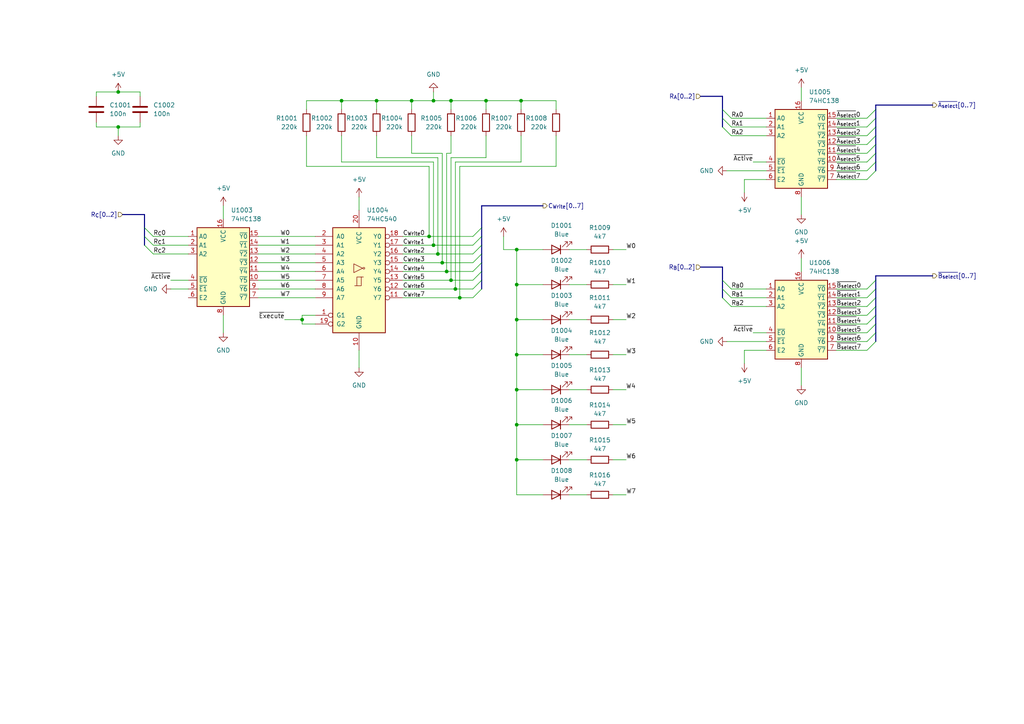
<source format=kicad_sch>
(kicad_sch (version 20231120) (generator "eeschema") (generator_version "8.0")
  (paper "A4")
  (lib_symbols
    (symbol "74xx:74HC138"
      (property "Reference" "U" (at -7.62 13.97 0))
      (property "Value" "74HC138" (at 2.54 -11.43 0))
      (symbol "74HC138_0_1"
        (rectangle (start -7.62 12.7) (end 7.62 -10.16) (stroke (width 0.254)) (fill (type background)))
      )
      (symbol "74HC138_1_1"
        (pin input line (at -10.16 10.16 0) (length 2.54) (name "A0") (number "1"))
        (pin output line (at 10.16 -2.54 180) (length 2.54) (name "~{Y5}") (number "10"))
        (pin output line (at 10.16 0 180) (length 2.54) (name "~{Y4}") (number "11"))
        (pin output line (at 10.16 2.54 180) (length 2.54) (name "~{Y3}") (number "12"))
        (pin output line (at 10.16 5.08 180) (length 2.54) (name "~{Y2}") (number "13"))
        (pin output line (at 10.16 7.62 180) (length 2.54) (name "~{Y1}") (number "14"))
        (pin output line (at 10.16 10.16 180) (length 2.54) (name "~{Y0}") (number "15"))
        (pin power_in line (at 0 15.24 270) (length 2.54) (name "VCC") (number "16"))
        (pin input line (at -10.16 7.62 0) (length 2.54) (name "A1") (number "2"))
        (pin input line (at -10.16 5.08 0) (length 2.54) (name "A2") (number "3"))
        (pin input line (at -10.16 -2.54 0) (length 2.54) (name "~{E0}") (number "4"))
        (pin input line (at -10.16 -5.08 0) (length 2.54) (name "~{E1}") (number "5"))
        (pin input line (at -10.16 -7.62 0) (length 2.54) (name "E2") (number "6"))
        (pin output line (at 10.16 -7.62 180) (length 2.54) (name "~{Y7}") (number "7"))
        (pin power_in line (at 0 -12.7 90) (length 2.54) (name "GND") (number "8"))
        (pin output line (at 10.16 -5.08 180) (length 2.54) (name "~{Y6}") (number "9"))
      )
    )
    (symbol "74xx:74LS540" (pin_names (offset 1.016))
      (property "Reference" "U" (at -7.62 16.51 0))
      (property "Value" "74LS540" (at -7.62 -16.51 0))
      (symbol "74LS540_1_0"
        (polyline (pts (xy -0.635 -1.6002) (xy -0.635 0.9398) (xy 0.635 0.9398)))
        (polyline (pts (xy -1.27 -1.6002) (xy 0.635 -1.6002) (xy 0.635 0.9398) (xy 1.27 0.9398)))
        (polyline (pts (xy 1.016 3.4798) (xy -1.524 4.7498) (xy -1.524 2.2098) (xy 1.016 3.4798)) (stroke (width 0.1524)))
        (circle (center 1.397 3.4798) (radius 0.254) (stroke (width 0.1524)))
        (pin input inverted (at -12.7 -10.16 0) (length 5.08) (name "G1") (number "1"))
        (pin power_in line (at 0 -20.32 90) (length 5.08) (name "GND") (number "10"))
        (pin tri_state inverted (at 12.7 -5.08 180) (length 5.08) (name "Y7") (number "11"))
        (pin tri_state inverted (at 12.7 -2.54 180) (length 5.08) (name "Y6") (number "12"))
        (pin tri_state inverted (at 12.7 0 180) (length 5.08) (name "Y5") (number "13"))
        (pin tri_state inverted (at 12.7 2.54 180) (length 5.08) (name "Y4") (number "14"))
        (pin tri_state inverted (at 12.7 5.08 180) (length 5.08) (name "Y3") (number "15"))
        (pin tri_state inverted (at 12.7 7.62 180) (length 5.08) (name "Y2") (number "16"))
        (pin tri_state inverted (at 12.7 10.16 180) (length 5.08) (name "Y1") (number "17"))
        (pin tri_state inverted (at 12.7 12.7 180) (length 5.08) (name "Y0") (number "18"))
        (pin input inverted (at -12.7 -12.7 0) (length 5.08) (name "G2") (number "19"))
        (pin input line (at -12.7 12.7 0) (length 5.08) (name "A0") (number "2"))
        (pin power_in line (at 0 20.32 270) (length 5.08) (name "VCC") (number "20"))
        (pin input line (at -12.7 10.16 0) (length 5.08) (name "A1") (number "3"))
        (pin input line (at -12.7 7.62 0) (length 5.08) (name "A2") (number "4"))
        (pin input line (at -12.7 5.08 0) (length 5.08) (name "A3") (number "5"))
        (pin input line (at -12.7 2.54 0) (length 5.08) (name "A4") (number "6"))
        (pin input line (at -12.7 0 0) (length 5.08) (name "A5") (number "7"))
        (pin input line (at -12.7 -2.54 0) (length 5.08) (name "A6") (number "8"))
        (pin input line (at -12.7 -5.08 0) (length 5.08) (name "A7") (number "9"))
      )
      (symbol "74LS540_1_1"
        (rectangle (start -7.62 15.24) (end 7.62 -15.24) (stroke (width 0.254)) (fill (type background)))
      )
    )
    (symbol "Device:C" (pin_numbers hide) (pin_names (offset 0.254))
      (property "Reference" "C" (at 0.635 2.54 0))
      (property "Value" "C" (at 0.635 -2.54 0))
      (symbol "C_0_1"
        (polyline (pts (xy -2.032 -0.762) (xy 2.032 -0.762)) (stroke (width 0.508)))
        (polyline (pts (xy -2.032 0.762) (xy 2.032 0.762)) (stroke (width 0.508)))
      )
      (symbol "C_1_1"
        (pin passive line (at 0 3.81 270) (length 2.794) (name "~") (number "1"))
        (pin passive line (at 0 -3.81 90) (length 2.794) (name "~") (number "2"))
      )
    )
    (symbol "Device:LED" (pin_numbers hide) (pin_names (offset 1.016) hide)
      (property "Reference" "D" (at 0 2.54 0))
      (property "Value" "LED" (at 0 -2.54 0))
      (symbol "LED_0_1"
        (polyline (pts (xy -1.27 -1.27) (xy -1.27 1.27)) (stroke (width 0.254)))
        (polyline (pts (xy -1.27 0) (xy 1.27 0)))
        (polyline (pts (xy 1.27 -1.27) (xy 1.27 1.27) (xy -1.27 0) (xy 1.27 -1.27)) (stroke (width 0.254)))
        (polyline (pts (xy -3.048 -0.762) (xy -4.572 -2.286) (xy -3.81 -2.286) (xy -4.572 -2.286) (xy -4.572 -1.524)))
        (polyline (pts (xy -1.778 -0.762) (xy -3.302 -2.286) (xy -2.54 -2.286) (xy -3.302 -2.286) (xy -3.302 -1.524)))
      )
      (symbol "LED_1_1"
        (pin passive line (at -3.81 0 0) (length 2.54) (name "K") (number "1"))
        (pin passive line (at 3.81 0 180) (length 2.54) (name "A") (number "2"))
      )
    )
    (symbol "Device:R" (pin_numbers hide) (pin_names (offset 0))
      (property "Reference" "R" (at 2.032 0 90))
      (property "Value" "R" (at 0 0 90))
      (symbol "R_0_1"
        (rectangle (start -1.016 -2.54) (end 1.016 2.54) (stroke (width 0.254)))
      )
      (symbol "R_1_1"
        (pin passive line (at 0 3.81 270) (length 1.27) (name "~") (number "1"))
        (pin passive line (at 0 -3.81 90) (length 1.27) (name "~") (number "2"))
      )
    )
    (symbol "power:+5V" (power) (pin_names (offset 0))
      (property "Value" "+5V" (at 0 3.556 0))
      (symbol "+5V_0_1"
        (polyline (pts (xy -0.762 1.27) (xy 0 2.54)))
        (polyline (pts (xy 0 0) (xy 0 2.54)))
        (polyline (pts (xy 0 2.54) (xy 0.762 1.27)))
      )
      (symbol "+5V_1_1"
        (pin power_in line (at 0 0 90) (length 0) hide (name "+5V") (number "1"))
      )
    )
    (symbol "power:GND" (power) (pin_names (offset 0))
      (property "Value" "GND" (at 0 -3.81 0))
      (symbol "GND_0_1"
        (polyline (pts (xy 0 0) (xy 0 -1.27) (xy 1.27 -1.27) (xy 0 -2.54) (xy -1.27 -1.27) (xy 0 -1.27)))
      )
      (symbol "GND_1_1"
        (pin power_in line (at 0 0 270) (length 0) hide (name "GND") (number "1"))
      )
    )
  )
  (junction (at 109.22 29.21))
  (junction (at 140.97 29.21))
  (junction (at 130.81 81.28))
  (junction (at 149.86 113.03))
  (junction (at 34.29 26.67))
  (junction (at 151.13 29.21))
  (junction (at 149.86 72.39))
  (junction (at 119.38 29.21))
  (junction (at 128.27 76.2))
  (junction (at 133.35 86.36))
  (junction (at 34.29 36.83))
  (junction (at 129.54 78.74))
  (junction (at 149.86 82.55))
  (junction (at 132.08 83.82))
  (junction (at 130.81 29.21))
  (junction (at 149.86 92.71))
  (junction (at 149.86 133.35))
  (junction (at 125.73 29.21))
  (junction (at 149.86 102.87))
  (junction (at 124.46 68.58))
  (junction (at 87.63 92.71))
  (junction (at 99.06 29.21))
  (junction (at 149.86 123.19))
  (junction (at 127 73.66))
  (junction (at 125.73 71.12))
  (bus_entry (at 254 44.45) (size -2.54 2.54))
  (bus_entry (at 139.7 73.66) (size -2.54 2.54))
  (bus_entry (at 139.7 71.12) (size -2.54 2.54))
  (bus_entry (at 254 91.44) (size -2.54 2.54))
  (bus_entry (at 254 83.82) (size -2.54 2.54))
  (bus_entry (at 254 36.83) (size -2.54 2.54))
  (bus_entry (at 139.7 81.28) (size -2.54 2.54))
  (bus_entry (at 139.7 68.58) (size -2.54 2.54))
  (bus_entry (at 41.91 71.12) (size 2.54 2.54))
  (bus_entry (at 254 41.91) (size -2.54 2.54))
  (bus_entry (at 254 31.75) (size -2.54 2.54))
  (bus_entry (at 209.55 31.75) (size 2.54 2.54))
  (bus_entry (at 254 88.9) (size -2.54 2.54))
  (bus_entry (at 254 81.28) (size -2.54 2.54))
  (bus_entry (at 209.55 34.29) (size 2.54 2.54))
  (bus_entry (at 209.55 83.82) (size 2.54 2.54))
  (bus_entry (at 209.55 81.28) (size 2.54 2.54))
  (bus_entry (at 41.91 66.04) (size 2.54 2.54))
  (bus_entry (at 254 93.98) (size -2.54 2.54))
  (bus_entry (at 139.7 78.74) (size -2.54 2.54))
  (bus_entry (at 254 46.99) (size -2.54 2.54))
  (bus_entry (at 254 96.52) (size -2.54 2.54))
  (bus_entry (at 254 39.37) (size -2.54 2.54))
  (bus_entry (at 139.7 76.2) (size -2.54 2.54))
  (bus_entry (at 209.55 86.36) (size 2.54 2.54))
  (bus_entry (at 41.91 68.58) (size 2.54 2.54))
  (bus_entry (at 209.55 36.83) (size 2.54 2.54))
  (bus_entry (at 139.7 83.82) (size -2.54 2.54))
  (bus_entry (at 254 99.06) (size -2.54 2.54))
  (bus_entry (at 254 49.53) (size -2.54 2.54))
  (bus_entry (at 254 34.29) (size -2.54 2.54))
  (bus_entry (at 254 86.36) (size -2.54 2.54))
  (bus_entry (at 139.7 66.04) (size -2.54 2.54))
  (wire (pts (xy 165.1 102.87) (xy 170.18 102.87)))
  (wire (pts (xy 64.77 91.44) (xy 64.77 96.52)))
  (wire (pts (xy 74.93 78.74) (xy 91.44 78.74)))
  (wire (pts (xy 210.82 49.53) (xy 222.25 49.53)))
  (wire (pts (xy 104.14 101.6) (xy 104.14 106.68)))
  (bus (pts (xy 41.91 66.04) (xy 41.91 68.58)))
  (wire (pts (xy 218.44 96.52) (xy 222.25 96.52)))
  (bus (pts (xy 139.7 59.69) (xy 139.7 66.04)))
  (bus (pts (xy 254 81.28) (xy 254 80.01)))
  (wire (pts (xy 242.57 93.98) (xy 251.46 93.98)))
  (wire (pts (xy 149.86 133.35) (xy 149.86 143.51)))
  (wire (pts (xy 125.73 46.99) (xy 99.06 46.99)))
  (wire (pts (xy 132.08 83.82) (xy 137.16 83.82)))
  (wire (pts (xy 149.86 92.71) (xy 157.48 92.71)))
  (bus (pts (xy 254 96.52) (xy 254 93.98)))
  (bus (pts (xy 41.91 68.58) (xy 41.91 71.12)))
  (wire (pts (xy 177.8 92.71) (xy 181.61 92.71)))
  (wire (pts (xy 109.22 29.21) (xy 119.38 29.21)))
  (bus (pts (xy 209.55 34.29) (xy 209.55 36.83)))
  (wire (pts (xy 165.1 143.51) (xy 170.18 143.51)))
  (wire (pts (xy 87.63 92.71) (xy 87.63 93.98)))
  (bus (pts (xy 254 31.75) (xy 254 30.48)))
  (wire (pts (xy 242.57 41.91) (xy 251.46 41.91)))
  (wire (pts (xy 149.86 113.03) (xy 157.48 113.03)))
  (bus (pts (xy 254 86.36) (xy 254 83.82)))
  (bus (pts (xy 203.2 27.94) (xy 209.55 27.94)))
  (wire (pts (xy 212.09 36.83) (xy 222.25 36.83)))
  (bus (pts (xy 139.7 71.12) (xy 139.7 73.66)))
  (wire (pts (xy 242.57 36.83) (xy 251.46 36.83)))
  (wire (pts (xy 116.84 73.66) (xy 127 73.66)))
  (wire (pts (xy 165.1 72.39) (xy 170.18 72.39)))
  (wire (pts (xy 125.73 71.12) (xy 125.73 46.99)))
  (wire (pts (xy 91.44 91.44) (xy 87.63 91.44)))
  (wire (pts (xy 34.29 36.83) (xy 40.64 36.83)))
  (wire (pts (xy 27.94 26.67) (xy 34.29 26.67)))
  (wire (pts (xy 130.81 81.28) (xy 130.81 45.72)))
  (wire (pts (xy 133.35 48.26) (xy 161.29 48.26)))
  (wire (pts (xy 109.22 29.21) (xy 109.22 31.75)))
  (wire (pts (xy 146.05 72.39) (xy 146.05 68.58)))
  (wire (pts (xy 242.57 101.6) (xy 251.46 101.6)))
  (wire (pts (xy 116.84 78.74) (xy 129.54 78.74)))
  (wire (pts (xy 242.57 83.82) (xy 251.46 83.82)))
  (wire (pts (xy 242.57 39.37) (xy 251.46 39.37)))
  (wire (pts (xy 74.93 76.2) (xy 91.44 76.2)))
  (wire (pts (xy 242.57 86.36) (xy 251.46 86.36)))
  (wire (pts (xy 242.57 91.44) (xy 251.46 91.44)))
  (wire (pts (xy 212.09 39.37) (xy 222.25 39.37)))
  (wire (pts (xy 242.57 44.45) (xy 251.46 44.45)))
  (bus (pts (xy 254 88.9) (xy 254 86.36)))
  (wire (pts (xy 132.08 46.99) (xy 151.13 46.99)))
  (bus (pts (xy 209.55 31.75) (xy 209.55 34.29)))
  (wire (pts (xy 177.8 133.35) (xy 181.61 133.35)))
  (wire (pts (xy 242.57 52.07) (xy 251.46 52.07)))
  (wire (pts (xy 212.09 88.9) (xy 222.25 88.9)))
  (wire (pts (xy 177.8 102.87) (xy 181.61 102.87)))
  (bus (pts (xy 254 91.44) (xy 254 88.9)))
  (wire (pts (xy 128.27 76.2) (xy 128.27 44.45)))
  (bus (pts (xy 157.48 59.69) (xy 139.7 59.69)))
  (wire (pts (xy 44.45 68.58) (xy 54.61 68.58)))
  (wire (pts (xy 116.84 68.58) (xy 124.46 68.58)))
  (wire (pts (xy 34.29 36.83) (xy 34.29 39.37)))
  (bus (pts (xy 139.7 66.04) (xy 139.7 68.58)))
  (wire (pts (xy 222.25 101.6) (xy 215.9 101.6)))
  (wire (pts (xy 232.41 25.4) (xy 232.41 29.21)))
  (wire (pts (xy 129.54 78.74) (xy 129.54 44.45)))
  (wire (pts (xy 130.81 39.37) (xy 130.81 44.45)))
  (wire (pts (xy 116.84 86.36) (xy 133.35 86.36)))
  (wire (pts (xy 242.57 49.53) (xy 251.46 49.53)))
  (wire (pts (xy 27.94 36.83) (xy 34.29 36.83)))
  (wire (pts (xy 130.81 29.21) (xy 140.97 29.21)))
  (wire (pts (xy 27.94 26.67) (xy 27.94 27.94)))
  (wire (pts (xy 151.13 46.99) (xy 151.13 39.37)))
  (wire (pts (xy 222.25 52.07) (xy 215.9 52.07)))
  (wire (pts (xy 242.57 34.29) (xy 251.46 34.29)))
  (wire (pts (xy 119.38 29.21) (xy 119.38 31.75)))
  (wire (pts (xy 165.1 82.55) (xy 170.18 82.55)))
  (wire (pts (xy 140.97 45.72) (xy 140.97 39.37)))
  (wire (pts (xy 119.38 29.21) (xy 125.73 29.21)))
  (wire (pts (xy 151.13 29.21) (xy 151.13 31.75)))
  (wire (pts (xy 116.84 71.12) (xy 125.73 71.12)))
  (bus (pts (xy 139.7 81.28) (xy 139.7 83.82)))
  (wire (pts (xy 149.86 72.39) (xy 157.48 72.39)))
  (wire (pts (xy 149.86 143.51) (xy 157.48 143.51)))
  (wire (pts (xy 177.8 123.19) (xy 181.61 123.19)))
  (wire (pts (xy 177.8 143.51) (xy 181.61 143.51)))
  (wire (pts (xy 232.41 74.93) (xy 232.41 78.74)))
  (wire (pts (xy 130.81 45.72) (xy 140.97 45.72)))
  (wire (pts (xy 116.84 76.2) (xy 128.27 76.2)))
  (wire (pts (xy 165.1 123.19) (xy 170.18 123.19)))
  (wire (pts (xy 149.86 102.87) (xy 149.86 113.03)))
  (wire (pts (xy 149.86 123.19) (xy 157.48 123.19)))
  (bus (pts (xy 254 49.53) (xy 254 46.99)))
  (wire (pts (xy 215.9 52.07) (xy 215.9 55.88)))
  (wire (pts (xy 146.05 72.39) (xy 149.86 72.39)))
  (bus (pts (xy 254 36.83) (xy 254 34.29)))
  (bus (pts (xy 254 83.82) (xy 254 81.28)))
  (wire (pts (xy 119.38 44.45) (xy 119.38 39.37)))
  (wire (pts (xy 127 45.72) (xy 109.22 45.72)))
  (bus (pts (xy 203.2 77.47) (xy 209.55 77.47)))
  (bus (pts (xy 254 34.29) (xy 254 31.75)))
  (wire (pts (xy 149.86 72.39) (xy 149.86 82.55)))
  (wire (pts (xy 165.1 92.71) (xy 170.18 92.71)))
  (wire (pts (xy 40.64 26.67) (xy 40.64 27.94)))
  (wire (pts (xy 128.27 44.45) (xy 119.38 44.45)))
  (wire (pts (xy 125.73 29.21) (xy 130.81 29.21)))
  (wire (pts (xy 149.86 133.35) (xy 157.48 133.35)))
  (bus (pts (xy 139.7 78.74) (xy 139.7 81.28)))
  (wire (pts (xy 124.46 68.58) (xy 137.16 68.58)))
  (wire (pts (xy 124.46 48.26) (xy 88.9 48.26)))
  (bus (pts (xy 41.91 62.23) (xy 41.91 66.04)))
  (wire (pts (xy 161.29 48.26) (xy 161.29 39.37)))
  (wire (pts (xy 165.1 113.03) (xy 170.18 113.03)))
  (wire (pts (xy 124.46 68.58) (xy 124.46 48.26)))
  (wire (pts (xy 242.57 46.99) (xy 251.46 46.99)))
  (bus (pts (xy 254 99.06) (xy 254 96.52)))
  (wire (pts (xy 132.08 83.82) (xy 132.08 46.99)))
  (wire (pts (xy 210.82 99.06) (xy 222.25 99.06)))
  (wire (pts (xy 177.8 113.03) (xy 181.61 113.03)))
  (wire (pts (xy 218.44 46.99) (xy 222.25 46.99)))
  (wire (pts (xy 109.22 45.72) (xy 109.22 39.37)))
  (wire (pts (xy 87.63 91.44) (xy 87.63 92.71)))
  (bus (pts (xy 139.7 68.58) (xy 139.7 71.12)))
  (wire (pts (xy 74.93 68.58) (xy 91.44 68.58)))
  (wire (pts (xy 88.9 29.21) (xy 99.06 29.21)))
  (wire (pts (xy 27.94 35.56) (xy 27.94 36.83)))
  (wire (pts (xy 149.86 123.19) (xy 149.86 133.35)))
  (wire (pts (xy 74.93 81.28) (xy 91.44 81.28)))
  (bus (pts (xy 254 44.45) (xy 254 41.91)))
  (wire (pts (xy 165.1 133.35) (xy 170.18 133.35)))
  (wire (pts (xy 133.35 86.36) (xy 137.16 86.36)))
  (wire (pts (xy 34.29 26.67) (xy 40.64 26.67)))
  (wire (pts (xy 130.81 81.28) (xy 137.16 81.28)))
  (wire (pts (xy 215.9 101.6) (xy 215.9 105.41)))
  (wire (pts (xy 127 73.66) (xy 127 45.72)))
  (bus (pts (xy 35.56 62.23) (xy 41.91 62.23)))
  (bus (pts (xy 254 80.01) (xy 270.51 80.01)))
  (wire (pts (xy 49.53 83.82) (xy 54.61 83.82)))
  (bus (pts (xy 209.55 77.47) (xy 209.55 81.28)))
  (wire (pts (xy 104.14 57.15) (xy 104.14 60.96)))
  (wire (pts (xy 212.09 86.36) (xy 222.25 86.36)))
  (bus (pts (xy 254 46.99) (xy 254 44.45)))
  (bus (pts (xy 139.7 76.2) (xy 139.7 78.74)))
  (wire (pts (xy 128.27 76.2) (xy 137.16 76.2)))
  (wire (pts (xy 64.77 59.69) (xy 64.77 63.5)))
  (wire (pts (xy 88.9 31.75) (xy 88.9 29.21)))
  (wire (pts (xy 149.86 82.55) (xy 149.86 92.71)))
  (wire (pts (xy 177.8 72.39) (xy 181.61 72.39)))
  (wire (pts (xy 125.73 26.67) (xy 125.73 29.21)))
  (wire (pts (xy 177.8 82.55) (xy 181.61 82.55)))
  (wire (pts (xy 133.35 48.26) (xy 133.35 86.36)))
  (wire (pts (xy 40.64 36.83) (xy 40.64 35.56)))
  (wire (pts (xy 130.81 29.21) (xy 130.81 31.75)))
  (wire (pts (xy 125.73 71.12) (xy 137.16 71.12)))
  (wire (pts (xy 88.9 48.26) (xy 88.9 39.37)))
  (wire (pts (xy 74.93 83.82) (xy 91.44 83.82)))
  (wire (pts (xy 87.63 93.98) (xy 91.44 93.98)))
  (wire (pts (xy 149.86 92.71) (xy 149.86 102.87)))
  (bus (pts (xy 209.55 81.28) (xy 209.55 83.82)))
  (bus (pts (xy 254 30.48) (xy 270.51 30.48)))
  (bus (pts (xy 139.7 73.66) (xy 139.7 76.2)))
  (wire (pts (xy 149.86 113.03) (xy 149.86 123.19)))
  (wire (pts (xy 129.54 78.74) (xy 137.16 78.74)))
  (wire (pts (xy 44.45 73.66) (xy 54.61 73.66)))
  (wire (pts (xy 99.06 46.99) (xy 99.06 39.37)))
  (bus (pts (xy 209.55 83.82) (xy 209.55 86.36)))
  (wire (pts (xy 149.86 102.87) (xy 157.48 102.87)))
  (wire (pts (xy 129.54 44.45) (xy 130.81 44.45)))
  (wire (pts (xy 99.06 29.21) (xy 99.06 31.75)))
  (wire (pts (xy 74.93 86.36) (xy 91.44 86.36)))
  (wire (pts (xy 161.29 29.21) (xy 161.29 31.75)))
  (wire (pts (xy 242.57 96.52) (xy 251.46 96.52)))
  (wire (pts (xy 49.53 81.28) (xy 54.61 81.28)))
  (wire (pts (xy 116.84 81.28) (xy 130.81 81.28)))
  (wire (pts (xy 242.57 88.9) (xy 251.46 88.9)))
  (wire (pts (xy 149.86 82.55) (xy 157.48 82.55)))
  (wire (pts (xy 140.97 29.21) (xy 151.13 29.21)))
  (bus (pts (xy 254 93.98) (xy 254 91.44)))
  (wire (pts (xy 74.93 73.66) (xy 91.44 73.66)))
  (wire (pts (xy 82.55 92.71) (xy 87.63 92.71)))
  (wire (pts (xy 212.09 34.29) (xy 222.25 34.29)))
  (bus (pts (xy 254 39.37) (xy 254 36.83)))
  (wire (pts (xy 74.93 71.12) (xy 91.44 71.12)))
  (wire (pts (xy 232.41 106.68) (xy 232.41 111.76)))
  (wire (pts (xy 116.84 83.82) (xy 132.08 83.82)))
  (wire (pts (xy 151.13 29.21) (xy 161.29 29.21)))
  (bus (pts (xy 254 41.91) (xy 254 39.37)))
  (wire (pts (xy 44.45 71.12) (xy 54.61 71.12)))
  (wire (pts (xy 242.57 99.06) (xy 251.46 99.06)))
  (wire (pts (xy 212.09 83.82) (xy 222.25 83.82)))
  (wire (pts (xy 127 73.66) (xy 137.16 73.66)))
  (wire (pts (xy 232.41 57.15) (xy 232.41 62.23)))
  (wire (pts (xy 140.97 29.21) (xy 140.97 31.75)))
  (wire (pts (xy 99.06 29.21) (xy 109.22 29.21)))
  (bus (pts (xy 209.55 27.94) (xy 209.55 31.75)))
  (label "~{Active}" (at 218.44 46.99 180))
  (label "~{B_{select}}1" (at 242.57 86.36 0))
  (label "W5" (at 81.28 81.28 0))
  (label "~{B_{select}}2" (at 242.57 88.9 0))
  (label "C_{Write}7" (at 116.84 86.36 0))
  (label "W2" (at 181.61 92.71 0))
  (label "R_{A}1" (at 212.09 36.83 0))
  (label "W2" (at 81.28 73.66 0))
  (label "R_{B}2" (at 212.09 88.9 0))
  (label "C_{Write}0" (at 116.84 68.58 0))
  (label "W0" (at 81.28 68.58 0))
  (label "W1" (at 181.61 82.55 0))
  (label "R_{A}0" (at 212.09 34.29 0))
  (label "R_{C}2" (at 44.45 73.66 0))
  (label "W6" (at 81.28 83.82 0))
  (label "C_{Write}2" (at 116.84 73.66 0))
  (label "W1" (at 81.28 71.12 0))
  (label "W7" (at 181.61 143.51 0))
  (label "~{Execute}" (at 82.55 92.71 180))
  (label "R_{B}0" (at 212.09 83.82 0))
  (label "C_{Write}3" (at 116.84 76.2 0))
  (label "~{A_{select}}7" (at 242.57 52.07 0))
  (label "C_{Write}6" (at 116.84 83.82 0))
  (label "~{A_{select}}3" (at 242.57 41.91 0))
  (label "~{B_{select}}5" (at 242.57 96.52 0))
  (label "W0" (at 181.61 72.39 0))
  (label "W3" (at 81.28 76.2 0))
  (label "~{B_{select}}3" (at 242.57 91.44 0))
  (label "W3" (at 181.61 102.87 0))
  (label "~{B_{select}}7" (at 242.57 101.6 0))
  (label "~{A_{select}}4" (at 242.57 44.45 0))
  (label "~{Active}" (at 49.53 81.28 180))
  (label "W4" (at 181.5675 113.03 0))
  (label "~{A_{select}}2" (at 242.57 39.37 0))
  (label "~{B_{select}}0" (at 242.57 83.82 0))
  (label "W5" (at 181.61 123.19 0))
  (label "C_{Write}5" (at 116.84 81.28 0))
  (label "~{B_{select}}6" (at 242.57 99.06 0))
  (label "~{A_{select}}0" (at 242.57 34.29 0))
  (label "C_{Write}4" (at 116.84 78.74 0))
  (label "~{B_{select}}4" (at 242.57 93.98 0))
  (label "W6" (at 181.61 133.35 0))
  (label "~{Active}" (at 218.44 96.52 180))
  (label "C_{Write}1" (at 116.84 71.12 0))
  (label "~{A_{select}}6" (at 242.57 49.53 0))
  (label "R_{C}1" (at 44.45 71.12 0))
  (label "~{A_{select}}5" (at 242.57 46.99 0))
  (label "R_{A}2" (at 212.09 39.37 0))
  (label "R_{C}0" (at 44.45 68.58 0))
  (label "W7" (at 81.28 86.36 0))
  (label "W4" (at 81.28 78.74 0))
  (label "~{A_{select}}1" (at 242.57 36.83 0))
  (label "R_{B}1" (at 212.09 86.36 0))
  (hierarchical_label "R_{B}[0..2]" (shape input) (at 203.2 77.47 180))
  (hierarchical_label "~{B_{select}}[0..7]" (shape output) (at 270.51 80.01 0))
  (hierarchical_label "~{A_{select}}[0..7]" (shape output) (at 270.51 30.48 0))
  (hierarchical_label "R_{A}[0..2]" (shape input) (at 203.2 27.94 180))
  (hierarchical_label "C_{Write}[0..7]" (shape output) (at 157.48 59.69 0))
  (hierarchical_label "R_{C}[0..2]" (shape input) (at 35.56 62.23 180))
  (symbol (lib_id "Device:R") (at 173.99 113.03 270) (unit 1)
    (property "Reference" "R1013" (at 173.99 107.315 90))
    (property "Value" "4k7" (at 173.99 109.855 90))
    (property "Footprint" "Resistor_SMD:R_0603_1608Metric" (effects (hide yes)))
    (property "Datasheet" "https://datasheet.lcsc.com/lcsc/2206010116_UNI-ROYAL-Uniroyal-Elec-0603WAF4701T5E_C23162.pdf" (effects (hide yes)))
    (property "LCSC" "C23162" (effects (hide yes)))
  )
  (symbol (lib_id "power:+5V") (at 215.9 105.41 180) (unit 1)
    (property "Reference" "#PWR01015" (effects (hide yes)))
    (property "Value" "+5V" (at 215.9 110.49 0))
  )
  (symbol (lib_id "power:GND") (at 104.14 106.68 0) (unit 1)
    (property "Reference" "#PWR01009" (effects (hide yes)))
    (property "Value" "GND" (at 104.14 111.76 0))
  )
  (symbol (lib_id "Device:R") (at 109.22 35.56 0) (mirror x) (unit 1)
    (property "Reference" "R1003" (at 106.68 34.29 0) (effects (justify right)))
    (property "Value" "220k" (at 106.68 36.83 0) (effects (justify right)))
    (property "Footprint" "Resistor_SMD:R_0603_1608Metric" (effects (hide yes)))
    (property "Datasheet" "https://datasheet.lcsc.com/lcsc/2206010130_UNI-ROYAL-Uniroyal-Elec-0603WAF2203T5E_C22961.pdf" (effects (hide yes)))
    (property "LCSC" "C22961" (effects (hide yes)))
  )
  (symbol (lib_id "power:+5V") (at 104.14 57.15 0) (unit 1)
    (property "Reference" "#PWR01008" (effects (hide yes)))
    (property "Value" "+5V" (at 104.14 52.07 0))
  )
  (symbol (lib_id "power:GND") (at 232.41 62.23 0) (unit 1)
    (property "Reference" "#PWR01018" (effects (hide yes)))
    (property "Value" "GND" (at 232.41 67.31 0))
  )
  (symbol (lib_id "Device:R") (at 130.81 35.56 0) (mirror x) (unit 1)
    (property "Reference" "R1005" (at 128.27 34.29 0) (effects (justify right)))
    (property "Value" "220k" (at 128.27 36.83 0) (effects (justify right)))
    (property "Footprint" "Resistor_SMD:R_0603_1608Metric" (effects (hide yes)))
    (property "Datasheet" "https://datasheet.lcsc.com/lcsc/2206010130_UNI-ROYAL-Uniroyal-Elec-0603WAF2203T5E_C22961.pdf" (effects (hide yes)))
    (property "LCSC" "C22961" (effects (hide yes)))
  )
  (symbol (lib_id "power:GND") (at 210.82 49.53 270) (unit 1)
    (property "Reference" "#PWR01012" (effects (hide yes)))
    (property "Value" "GND" (at 207.01 49.53 90) (effects (justify right)))
  )
  (symbol (lib_id "Device:R") (at 151.13 35.56 0) (mirror x) (unit 1)
    (property "Reference" "R1007" (at 148.59 34.29 0) (effects (justify right)))
    (property "Value" "220k" (at 148.59 36.83 0) (effects (justify right)))
    (property "Footprint" "Resistor_SMD:R_0603_1608Metric" (effects (hide yes)))
    (property "Datasheet" "https://datasheet.lcsc.com/lcsc/2206010130_UNI-ROYAL-Uniroyal-Elec-0603WAF2203T5E_C22961.pdf" (effects (hide yes)))
    (property "LCSC" "C22961" (effects (hide yes)))
  )
  (symbol (lib_id "power:GND") (at 232.41 111.76 0) (unit 1)
    (property "Reference" "#PWR01020" (effects (hide yes)))
    (property "Value" "GND" (at 232.41 116.84 0))
  )
  (symbol (lib_id "Device:R") (at 161.29 35.56 0) (mirror x) (unit 1)
    (property "Reference" "R1008" (at 158.75 34.29 0) (effects (justify right)))
    (property "Value" "220k" (at 158.75 36.83 0) (effects (justify right)))
    (property "Footprint" "Resistor_SMD:R_0603_1608Metric" (effects (hide yes)))
    (property "Datasheet" "https://datasheet.lcsc.com/lcsc/2206010130_UNI-ROYAL-Uniroyal-Elec-0603WAF2203T5E_C22961.pdf" (effects (hide yes)))
    (property "LCSC" "C22961" (effects (hide yes)))
  )
  (symbol (lib_id "Device:R") (at 173.99 82.55 270) (unit 1)
    (property "Reference" "R1010" (at 173.99 76.2 90))
    (property "Value" "4k7" (at 173.99 78.74 90))
    (property "Footprint" "Resistor_SMD:R_0603_1608Metric" (effects (hide yes)))
    (property "Datasheet" "https://datasheet.lcsc.com/lcsc/2206010116_UNI-ROYAL-Uniroyal-Elec-0603WAF4701T5E_C23162.pdf" (effects (hide yes)))
    (property "LCSC" "C23162" (effects (hide yes)))
  )
  (symbol (lib_id "Device:LED") (at 161.29 82.55 180) (unit 1)
    (property "Reference" "D1002" (at 162.8775 75.565 0))
    (property "Value" "Blue" (at 162.8775 78.105 0))
    (property "Footprint" "LED_SMD:LED_0603_1608Metric" (effects (hide yes)))
    (property "LCSC" "C72041" (effects (hide yes)))
  )
  (symbol (lib_id "Device:R") (at 119.38 35.56 0) (mirror x) (unit 1)
    (property "Reference" "R1004" (at 116.84 34.29 0) (effects (justify right)))
    (property "Value" "220k" (at 116.84 36.83 0) (effects (justify right)))
    (property "Footprint" "Resistor_SMD:R_0603_1608Metric" (effects (hide yes)))
    (property "Datasheet" "https://datasheet.lcsc.com/lcsc/2206010130_UNI-ROYAL-Uniroyal-Elec-0603WAF2203T5E_C22961.pdf" (effects (hide yes)))
    (property "LCSC" "C22961" (effects (hide yes)))
  )
  (symbol (lib_id "power:GND") (at 64.77 96.52 0) (unit 1)
    (property "Reference" "#PWR01007" (effects (hide yes)))
    (property "Value" "GND" (at 64.77 101.6 0))
  )
  (symbol (lib_id "Device:LED") (at 161.29 143.51 180) (unit 1)
    (property "Reference" "D1008" (at 162.8775 136.525 0))
    (property "Value" "Blue" (at 162.8775 139.065 0))
    (property "Footprint" "LED_SMD:LED_0603_1608Metric" (effects (hide yes)))
    (property "LCSC" "C72041" (effects (hide yes)))
  )
  (symbol (lib_id "power:GND") (at 210.82 99.06 270) (unit 1)
    (property "Reference" "#PWR01013" (effects (hide yes)))
    (property "Value" "GND" (at 207.01 99.06 90) (effects (justify right)))
  )
  (symbol (lib_id "power:GND") (at 34.29 39.37 0) (unit 1)
    (property "Reference" "#PWR01001" (effects (hide yes)))
    (property "Value" "GND" (at 34.29 44.45 0))
  )
  (symbol (lib_id "Device:R") (at 173.99 102.87 270) (unit 1)
    (property "Reference" "R1012" (at 173.99 96.52 90))
    (property "Value" "4k7" (at 173.99 99.06 90))
    (property "Footprint" "Resistor_SMD:R_0603_1608Metric" (effects (hide yes)))
    (property "Datasheet" "https://datasheet.lcsc.com/lcsc/2206010116_UNI-ROYAL-Uniroyal-Elec-0603WAF4701T5E_C23162.pdf" (effects (hide yes)))
    (property "LCSC" "C23162" (effects (hide yes)))
  )
  (symbol (lib_id "power:GND") (at 125.73 26.67 180) (unit 1)
    (property "Reference" "#PWR01010" (effects (hide yes)))
    (property "Value" "GND" (at 125.73 21.59 0))
  )
  (symbol (lib_id "power:+5V") (at 215.9 55.88 180) (unit 1)
    (property "Reference" "#PWR01014" (effects (hide yes)))
    (property "Value" "+5V" (at 215.9 60.96 0))
  )
  (symbol (lib_id "Device:C") (at 40.64 31.75 0) (unit 1)
    (property "Reference" "C1002" (at 44.45 30.4799 0) (effects (justify left)))
    (property "Value" "100n" (at 44.45 33.0199 0) (effects (justify left)))
    (property "Footprint" "Capacitor_SMD:C_0603_1608Metric" (effects (hide yes)))
    (property "Datasheet" "https://datasheet.lcsc.com/lcsc/1809301912_YAGEO-CC0603KRX7R9BB104_C14663.pdf" (effects (hide yes)))
    (property "LCSC" "C14663" (effects (hide yes)))
  )
  (symbol (lib_id "Device:R") (at 173.99 92.71 270) (unit 1)
    (property "Reference" "R1011" (at 173.99 86.36 90))
    (property "Value" "4k7" (at 173.99 88.9 90))
    (property "Footprint" "Resistor_SMD:R_0603_1608Metric" (effects (hide yes)))
    (property "Datasheet" "https://datasheet.lcsc.com/lcsc/2206010116_UNI-ROYAL-Uniroyal-Elec-0603WAF4701T5E_C23162.pdf" (effects (hide yes)))
    (property "LCSC" "C23162" (effects (hide yes)))
  )
  (symbol (lib_id "power:+5V") (at 34.29 26.67 0) (unit 1)
    (property "Reference" "#PWR01003" (effects (hide yes)))
    (property "Value" "+5V" (at 34.29 21.59 0))
  )
  (symbol (lib_id "Device:LED") (at 161.29 123.19 180) (unit 1)
    (property "Reference" "D1006" (at 162.8775 116.205 0))
    (property "Value" "Blue" (at 162.8775 118.745 0))
    (property "Footprint" "LED_SMD:LED_0603_1608Metric" (effects (hide yes)))
    (property "LCSC" "C72041" (effects (hide yes)))
  )
  (symbol (lib_id "Device:LED") (at 161.29 133.35 180) (unit 1)
    (property "Reference" "D1007" (at 162.8775 126.365 0))
    (property "Value" "Blue" (at 162.8775 128.905 0))
    (property "Footprint" "LED_SMD:LED_0603_1608Metric" (effects (hide yes)))
    (property "LCSC" "C72041" (effects (hide yes)))
  )
  (symbol (lib_id "74xx:74HC138") (at 232.41 93.98 0) (unit 1)
    (property "Reference" "U1006" (at 234.6041 76.2 0) (effects (justify left)))
    (property "Value" "74HC138" (at 234.6041 78.74 0) (effects (justify left)))
    (property "Footprint" "Package_DIP:DIP-16_W7.62mm_Socket" (effects (hide yes)))
    (property "Datasheet" "http://www.ti.com/lit/ds/symlink/cd74hc238.pdf" (effects (hide yes)))
  )
  (symbol (lib_id "power:+5V") (at 232.41 25.4 0) (unit 1)
    (property "Reference" "#PWR01017" (effects (hide yes)))
    (property "Value" "+5V" (at 232.41 20.32 0))
  )
  (symbol (lib_id "Device:LED") (at 161.29 113.03 180) (unit 1)
    (property "Reference" "D1005" (at 162.8775 106.045 0))
    (property "Value" "Blue" (at 162.8775 108.585 0))
    (property "Footprint" "LED_SMD:LED_0603_1608Metric" (effects (hide yes)))
    (property "LCSC" "C72041" (effects (hide yes)))
  )
  (symbol (lib_id "74xx:74HC138") (at 64.77 78.74 0) (unit 1)
    (property "Reference" "U1003" (at 66.9641 60.96 0) (effects (justify left)))
    (property "Value" "74HC138" (at 66.9641 63.5 0) (effects (justify left)))
    (property "Footprint" "Package_DIP:DIP-16_W7.62mm_Socket" (effects (hide yes)))
    (property "Datasheet" "http://www.ti.com/lit/ds/symlink/cd74hc238.pdf" (effects (hide yes)))
  )
  (symbol (lib_id "Device:R") (at 140.97 35.56 0) (mirror x) (unit 1)
    (property "Reference" "R1006" (at 138.43 34.29 0) (effects (justify right)))
    (property "Value" "220k" (at 138.43 36.83 0) (effects (justify right)))
    (property "Footprint" "Resistor_SMD:R_0603_1608Metric" (effects (hide yes)))
    (property "Datasheet" "https://datasheet.lcsc.com/lcsc/2206010130_UNI-ROYAL-Uniroyal-Elec-0603WAF2203T5E_C22961.pdf" (effects (hide yes)))
    (property "LCSC" "C22961" (effects (hide yes)))
  )
  (symbol (lib_id "Device:R") (at 173.99 143.51 270) (unit 1)
    (property "Reference" "R1016" (at 173.99 137.795 90))
    (property "Value" "4k7" (at 173.99 140.335 90))
    (property "Footprint" "Resistor_SMD:R_0603_1608Metric" (effects (hide yes)))
    (property "Datasheet" "https://datasheet.lcsc.com/lcsc/2206010116_UNI-ROYAL-Uniroyal-Elec-0603WAF4701T5E_C23162.pdf" (effects (hide yes)))
    (property "LCSC" "C23162" (effects (hide yes)))
  )
  (symbol (lib_id "Device:C") (at 27.94 31.75 0) (unit 1)
    (property "Reference" "C1001" (at 31.75 30.4799 0) (effects (justify left)))
    (property "Value" "100n" (at 31.75 33.0199 0) (effects (justify left)))
    (property "Footprint" "Capacitor_SMD:C_0603_1608Metric" (effects (hide yes)))
    (property "Datasheet" "https://datasheet.lcsc.com/lcsc/1809301912_YAGEO-CC0603KRX7R9BB104_C14663.pdf" (effects (hide yes)))
    (property "LCSC" "C14663" (effects (hide yes)))
  )
  (symbol (lib_id "Device:LED") (at 161.29 102.87 180) (unit 1)
    (property "Reference" "D1004" (at 162.8775 95.885 0))
    (property "Value" "Blue" (at 162.8775 98.425 0))
    (property "Footprint" "LED_SMD:LED_0603_1608Metric" (effects (hide yes)))
    (property "LCSC" "C72041" (effects (hide yes)))
  )
  (symbol (lib_id "Device:LED") (at 161.29 72.39 180) (unit 1)
    (property "Reference" "D1001" (at 162.8775 65.405 0))
    (property "Value" "Blue" (at 162.8775 67.945 0))
    (property "Footprint" "LED_SMD:LED_0603_1608Metric" (effects (hide yes)))
    (property "LCSC" "C72041" (effects (hide yes)))
  )
  (symbol (lib_id "Device:LED") (at 161.29 92.71 180) (unit 1)
    (property "Reference" "D1003" (at 162.8775 85.725 0))
    (property "Value" "Blue" (at 162.8775 88.265 0))
    (property "Footprint" "LED_SMD:LED_0603_1608Metric" (effects (hide yes)))
    (property "LCSC" "C72041" (effects (hide yes)))
  )
  (symbol (lib_id "74xx:74LS540") (at 104.14 81.28 0) (unit 1)
    (property "Reference" "U1004" (at 106.3341 60.96 0) (effects (justify left)))
    (property "Value" "74HC540" (at 106.3341 63.5 0) (effects (justify left)))
    (property "Footprint" "Package_DIP:DIP-20_W7.62mm_Socket" (effects (hide yes)))
    (property "Datasheet" "http://www.ti.com/lit/gpn/sn74HC540" (effects (hide yes)))
  )
  (symbol (lib_id "Device:R") (at 173.99 133.35 270) (unit 1)
    (property "Reference" "R1015" (at 173.99 127.635 90))
    (property "Value" "4k7" (at 173.99 130.175 90))
    (property "Footprint" "Resistor_SMD:R_0603_1608Metric" (effects (hide yes)))
    (property "Datasheet" "https://datasheet.lcsc.com/lcsc/2206010116_UNI-ROYAL-Uniroyal-Elec-0603WAF4701T5E_C23162.pdf" (effects (hide yes)))
    (property "LCSC" "C23162" (effects (hide yes)))
  )
  (symbol (lib_id "power:+5V") (at 232.41 74.93 0) (unit 1)
    (property "Reference" "#PWR01019" (effects (hide yes)))
    (property "Value" "+5V" (at 232.41 69.85 0))
  )
  (symbol (lib_id "Device:R") (at 99.06 35.56 0) (mirror x) (unit 1)
    (property "Reference" "R1002" (at 96.52 34.29 0) (effects (justify right)))
    (property "Value" "220k" (at 96.52 36.83 0) (effects (justify right)))
    (property "Footprint" "Resistor_SMD:R_0603_1608Metric" (effects (hide yes)))
    (property "Datasheet" "https://datasheet.lcsc.com/lcsc/2206010130_UNI-ROYAL-Uniroyal-Elec-0603WAF2203T5E_C22961.pdf" (effects (hide yes)))
    (property "LCSC" "C22961" (effects (hide yes)))
  )
  (symbol (lib_id "Device:R") (at 173.99 123.19 270) (unit 1)
    (property "Reference" "R1014" (at 173.99 117.475 90))
    (property "Value" "4k7" (at 173.99 120.015 90))
    (property "Footprint" "Resistor_SMD:R_0603_1608Metric" (effects (hide yes)))
    (property "Datasheet" "https://datasheet.lcsc.com/lcsc/2206010116_UNI-ROYAL-Uniroyal-Elec-0603WAF4701T5E_C23162.pdf" (effects (hide yes)))
    (property "LCSC" "C23162" (effects (hide yes)))
  )
  (symbol (lib_id "power:+5V") (at 64.77 59.69 0) (unit 1)
    (property "Reference" "#PWR01006" (effects (hide yes)))
    (property "Value" "+5V" (at 64.77 54.61 0))
  )
  (symbol (lib_id "power:+5V") (at 146.05 68.58 0) (unit 1)
    (property "Reference" "#PWR01011" (effects (hide yes)))
    (property "Value" "+5V" (at 146.05 63.5 0))
  )
  (symbol (lib_id "Device:R") (at 173.99 72.39 270) (unit 1)
    (property "Reference" "R1009" (at 173.99 66.04 90))
    (property "Value" "4k7" (at 173.99 68.58 90))
    (property "Footprint" "Resistor_SMD:R_0603_1608Metric" (effects (hide yes)))
    (property "Datasheet" "https://datasheet.lcsc.com/lcsc/2206010116_UNI-ROYAL-Uniroyal-Elec-0603WAF4701T5E_C23162.pdf" (effects (hide yes)))
    (property "LCSC" "C23162" (effects (hide yes)))
  )
  (symbol (lib_id "Device:R") (at 88.9 35.56 0) (mirror x) (unit 1)
    (property "Reference" "R1001" (at 86.36 34.29 0) (effects (justify right)))
    (property "Value" "220k" (at 86.36 36.83 0) (effects (justify right)))
    (property "Footprint" "Resistor_SMD:R_0603_1608Metric" (effects (hide yes)))
    (property "Datasheet" "https://datasheet.lcsc.com/lcsc/2206010130_UNI-ROYAL-Uniroyal-Elec-0603WAF2203T5E_C22961.pdf" (effects (hide yes)))
    (property "LCSC" "C22961" (effects (hide yes)))
  )
  (symbol (lib_id "power:GND") (at 49.53 83.82 270) (unit 1)
    (property "Reference" "#PWR01004" (effects (hide yes)))
    (property "Value" "GND" (at 45.72 83.82 90) (effects (justify right)))
  )
  (symbol (lib_id "74xx:74HC138") (at 232.41 44.45 0) (unit 1)
    (property "Reference" "U1005" (at 234.6041 26.67 0) (effects (justify left)))
    (property "Value" "74HC138" (at 234.6041 29.21 0) (effects (justify left)))
    (property "Footprint" "Package_DIP:DIP-16_W7.62mm_Socket" (effects (hide yes)))
    (property "Datasheet" "http://www.ti.com/lit/ds/symlink/cd74hc238.pdf" (effects (hide yes)))
  )
)
</source>
